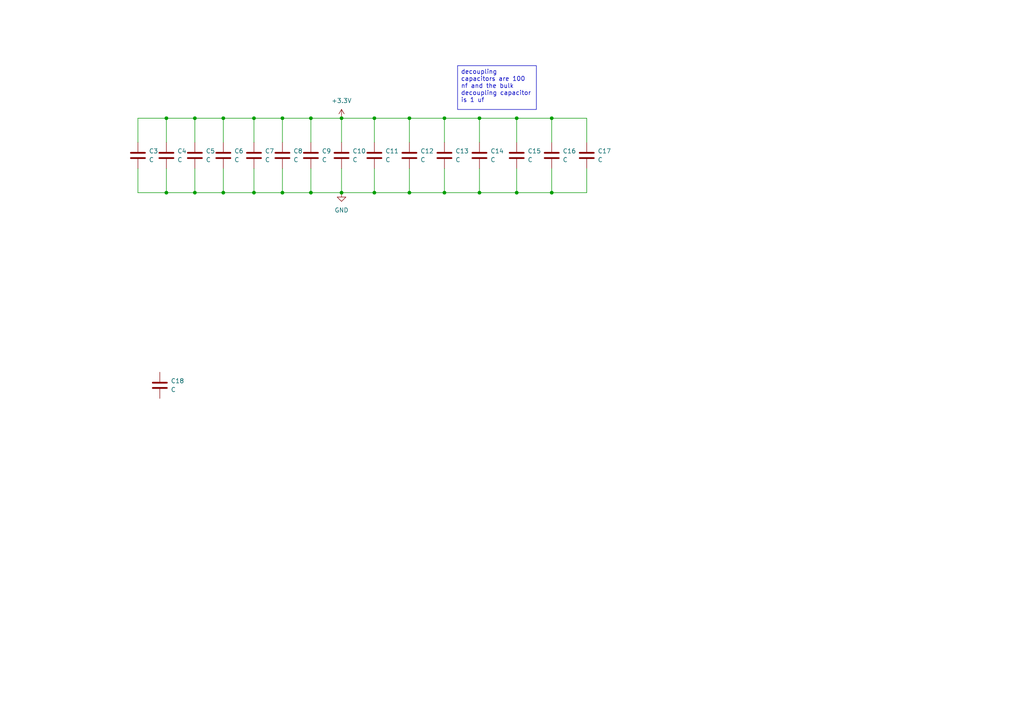
<source format=kicad_sch>
(kicad_sch (version 20230121) (generator eeschema)
  (paper "A4")
  (lib_symbols
    (symbol "Device:C" (pin_numbers hide) (pin_names (offset 0.254))
      (property "Reference" "C" (at 0.635 2.54 0))
      (property "Value" "C" (at 0.635 -2.54 0))
      (symbol "C_0_1"
        (polyline (pts (xy -2.032 -0.762) (xy 2.032 -0.762)) (stroke (width 0.508)))
        (polyline (pts (xy -2.032 0.762) (xy 2.032 0.762)) (stroke (width 0.508)))
      )
      (symbol "C_1_1"
        (pin passive line (at 0 3.81 270) (length 2.794) (name "~") (number "1"))
        (pin passive line (at 0 -3.81 90) (length 2.794) (name "~") (number "2"))
      )
    )
    (symbol "power:+3.3V" (power) (pin_names (offset 0))
      (property "Value" "+3.3V" (at 0 3.556 0))
      (symbol "+3.3V_0_1"
        (polyline (pts (xy -0.762 1.27) (xy 0 2.54)))
        (polyline (pts (xy 0 0) (xy 0 2.54)))
        (polyline (pts (xy 0 2.54) (xy 0.762 1.27)))
      )
      (symbol "+3.3V_1_1"
        (pin power_in line (at 0 0 90) (length 0) hide (name "+3.3V") (number "1"))
      )
    )
    (symbol "power:GND" (power) (pin_names (offset 0))
      (property "Value" "GND" (at 0 -3.81 0))
      (symbol "GND_0_1"
        (polyline (pts (xy 0 0) (xy 0 -1.27) (xy 1.27 -1.27) (xy 0 -2.54) (xy -1.27 -1.27) (xy 0 -1.27)))
      )
      (symbol "GND_1_1"
        (pin power_in line (at 0 0 270) (length 0) hide (name "GND") (number "1"))
      )
    )
  )
  (junction (at 73.66 55.88))
  (junction (at 128.905 34.29))
  (junction (at 108.585 55.88))
  (junction (at 139.065 55.88))
  (junction (at 81.915 34.29))
  (junction (at 160.02 34.29))
  (junction (at 99.06 55.88))
  (junction (at 48.26 34.29))
  (junction (at 149.86 34.29))
  (junction (at 108.585 34.29))
  (junction (at 160.02 55.88))
  (junction (at 149.86 55.88))
  (junction (at 48.26 55.88))
  (junction (at 81.915 55.88))
  (junction (at 128.905 55.88))
  (junction (at 64.77 55.88))
  (junction (at 139.065 34.29))
  (junction (at 99.06 34.29))
  (junction (at 56.515 34.29))
  (junction (at 90.17 55.88))
  (junction (at 118.745 55.88))
  (junction (at 64.77 34.29))
  (junction (at 73.66 34.29))
  (junction (at 90.17 34.29))
  (junction (at 56.515 55.88))
  (junction (at 118.745 34.29))
  (wire (pts (xy 108.585 48.895) (xy 108.585 55.88)))
  (wire (pts (xy 118.745 34.29) (xy 118.745 41.275)))
  (wire (pts (xy 128.905 55.88) (xy 139.065 55.88)))
  (wire (pts (xy 108.585 55.88) (xy 118.745 55.88)))
  (wire (pts (xy 118.745 34.29) (xy 108.585 34.29)))
  (wire (pts (xy 99.06 34.29) (xy 90.17 34.29)))
  (wire (pts (xy 160.02 55.88) (xy 170.18 55.88)))
  (wire (pts (xy 73.66 34.29) (xy 73.66 41.275)))
  (wire (pts (xy 48.26 55.88) (xy 56.515 55.88)))
  (wire (pts (xy 139.065 55.88) (xy 149.86 55.88)))
  (wire (pts (xy 73.66 34.29) (xy 64.77 34.29)))
  (wire (pts (xy 139.065 34.29) (xy 139.065 41.275)))
  (wire (pts (xy 40.005 34.29) (xy 40.005 41.275)))
  (wire (pts (xy 48.26 34.29) (xy 40.005 34.29)))
  (wire (pts (xy 64.77 34.29) (xy 64.77 41.275)))
  (wire (pts (xy 170.18 34.29) (xy 160.02 34.29)))
  (wire (pts (xy 160.02 41.275) (xy 160.02 34.29)))
  (wire (pts (xy 160.02 48.895) (xy 160.02 55.88)))
  (wire (pts (xy 48.26 48.895) (xy 48.26 55.88)))
  (wire (pts (xy 48.26 34.29) (xy 48.26 41.275)))
  (wire (pts (xy 149.86 41.275) (xy 149.86 34.29)))
  (wire (pts (xy 56.515 48.895) (xy 56.515 55.88)))
  (wire (pts (xy 170.18 34.29) (xy 170.18 41.275)))
  (wire (pts (xy 73.66 55.88) (xy 81.915 55.88)))
  (wire (pts (xy 118.745 55.88) (xy 128.905 55.88)))
  (wire (pts (xy 99.06 55.88) (xy 108.585 55.88)))
  (wire (pts (xy 81.915 55.88) (xy 90.17 55.88)))
  (wire (pts (xy 149.86 48.895) (xy 149.86 55.88)))
  (wire (pts (xy 81.915 48.895) (xy 81.915 55.88)))
  (wire (pts (xy 56.515 34.29) (xy 48.26 34.29)))
  (wire (pts (xy 108.585 34.29) (xy 99.06 34.29)))
  (wire (pts (xy 40.005 48.895) (xy 40.005 55.88)))
  (wire (pts (xy 139.065 34.29) (xy 149.86 34.29)))
  (wire (pts (xy 64.77 34.29) (xy 56.515 34.29)))
  (wire (pts (xy 170.18 55.88) (xy 170.18 48.895)))
  (wire (pts (xy 64.77 48.895) (xy 64.77 55.88)))
  (wire (pts (xy 64.77 55.88) (xy 73.66 55.88)))
  (wire (pts (xy 118.745 48.895) (xy 118.745 55.88)))
  (wire (pts (xy 40.005 55.88) (xy 48.26 55.88)))
  (wire (pts (xy 139.065 34.29) (xy 128.905 34.29)))
  (wire (pts (xy 56.515 34.29) (xy 56.515 41.275)))
  (wire (pts (xy 90.17 55.88) (xy 99.06 55.88)))
  (wire (pts (xy 149.86 34.29) (xy 160.02 34.29)))
  (wire (pts (xy 90.17 34.29) (xy 90.17 41.275)))
  (wire (pts (xy 149.86 55.88) (xy 160.02 55.88)))
  (wire (pts (xy 128.905 48.895) (xy 128.905 55.88)))
  (wire (pts (xy 139.065 48.895) (xy 139.065 55.88)))
  (wire (pts (xy 108.585 34.29) (xy 108.585 41.275)))
  (wire (pts (xy 56.515 55.88) (xy 64.77 55.88)))
  (wire (pts (xy 128.905 34.29) (xy 118.745 34.29)))
  (wire (pts (xy 99.06 48.895) (xy 99.06 55.88)))
  (wire (pts (xy 81.915 34.29) (xy 73.66 34.29)))
  (wire (pts (xy 81.915 34.29) (xy 81.915 41.275)))
  (wire (pts (xy 128.905 34.29) (xy 128.905 41.275)))
  (wire (pts (xy 73.66 48.895) (xy 73.66 55.88)))
  (wire (pts (xy 99.06 34.29) (xy 99.06 41.275)))
  (wire (pts (xy 90.17 34.29) (xy 81.915 34.29)))
  (wire (pts (xy 90.17 48.895) (xy 90.17 55.88)))
  (text_box "decoupling capacitors are 100 nf and the bulk decoupling capacitor is 1 uf\n" (at 132.715 19.05 0) (size 22.86 12.7) (effects (font (size 1.27 1.27)) (justify left top)))
  (symbol (lib_id "Device:C") (at 128.905 45.085 0) (unit 1)
    (property "Reference" "C13" (at 132.08 43.815 0) (effects (justify left)))
    (property "Value" "C" (at 132.08 46.355 0) (effects (justify left)))
  )
  (symbol (lib_id "Device:C") (at 118.745 45.085 0) (unit 1)
    (property "Reference" "C12" (at 121.92 43.815 0) (effects (justify left)))
    (property "Value" "C" (at 121.92 46.355 0) (effects (justify left)))
  )
  (symbol (lib_id "Device:C") (at 170.18 45.085 0) (unit 1)
    (property "Reference" "C17" (at 173.355 43.815 0) (effects (justify left)))
    (property "Value" "C" (at 173.355 46.355 0) (effects (justify left)))
  )
  (symbol (lib_id "power:+3.3V") (at 99.06 34.29 0) (unit 1)
    (property "Reference" "#PWR06" (effects hide))
    (property "Value" "+3.3V" (at 99.06 29.21 0))
  )
  (symbol (lib_id "power:GND") (at 99.06 55.88 0) (unit 1)
    (property "Reference" "#PWR05" (effects hide))
    (property "Value" "GND" (at 99.06 60.96 0))
  )
  (symbol (lib_id "Device:C") (at 40.005 45.085 0) (unit 1)
    (property "Reference" "C3" (at 43.18 43.815 0) (effects (justify left)))
    (property "Value" "C" (at 43.18 46.355 0) (effects (justify left)))
  )
  (symbol (lib_id "Device:C") (at 139.065 45.085 0) (unit 1)
    (property "Reference" "C14" (at 142.24 43.815 0) (effects (justify left)))
    (property "Value" "C" (at 142.24 46.355 0) (effects (justify left)))
  )
  (symbol (lib_id "Device:C") (at 73.66 45.085 0) (unit 1)
    (property "Reference" "C7" (at 76.835 43.815 0) (effects (justify left)))
    (property "Value" "C" (at 76.835 46.355 0) (effects (justify left)))
  )
  (symbol (lib_id "Device:C") (at 46.355 111.76 0) (unit 1)
    (property "Reference" "C18" (at 49.53 110.49 0) (effects (justify left)))
    (property "Value" "C" (at 49.53 113.03 0) (effects (justify left)))
  )
  (symbol (lib_id "Device:C") (at 149.86 45.085 0) (unit 1)
    (property "Reference" "C15" (at 153.035 43.815 0) (effects (justify left)))
    (property "Value" "C" (at 153.035 46.355 0) (effects (justify left)))
  )
  (symbol (lib_id "Device:C") (at 108.585 45.085 0) (unit 1)
    (property "Reference" "C11" (at 111.76 43.815 0) (effects (justify left)))
    (property "Value" "C" (at 111.76 46.355 0) (effects (justify left)))
  )
  (symbol (lib_id "Device:C") (at 99.06 45.085 0) (unit 1)
    (property "Reference" "C10" (at 102.235 43.815 0) (effects (justify left)))
    (property "Value" "C" (at 102.235 46.355 0) (effects (justify left)))
  )
  (symbol (lib_id "Device:C") (at 90.17 45.085 0) (unit 1)
    (property "Reference" "C9" (at 93.345 43.815 0) (effects (justify left)))
    (property "Value" "C" (at 93.345 46.355 0) (effects (justify left)))
  )
  (symbol (lib_id "Device:C") (at 48.26 45.085 0) (unit 1)
    (property "Reference" "C4" (at 51.435 43.815 0) (effects (justify left)))
    (property "Value" "C" (at 51.435 46.355 0) (effects (justify left)))
  )
  (symbol (lib_id "Device:C") (at 160.02 45.085 0) (unit 1)
    (property "Reference" "C16" (at 163.195 43.815 0) (effects (justify left)))
    (property "Value" "C" (at 163.195 46.355 0) (effects (justify left)))
  )
  (symbol (lib_id "Device:C") (at 81.915 45.085 0) (unit 1)
    (property "Reference" "C8" (at 85.09 43.815 0) (effects (justify left)))
    (property "Value" "C" (at 85.09 46.355 0) (effects (justify left)))
  )
  (symbol (lib_id "Device:C") (at 64.77 45.085 0) (unit 1)
    (property "Reference" "C6" (at 67.945 43.815 0) (effects (justify left)))
    (property "Value" "C" (at 67.945 46.355 0) (effects (justify left)))
  )
  (symbol (lib_id "Device:C") (at 56.515 45.085 0) (unit 1)
    (property "Reference" "C5" (at 59.69 43.815 0) (effects (justify left)))
    (property "Value" "C" (at 59.69 46.355 0) (effects (justify left)))
  )
)
</source>
